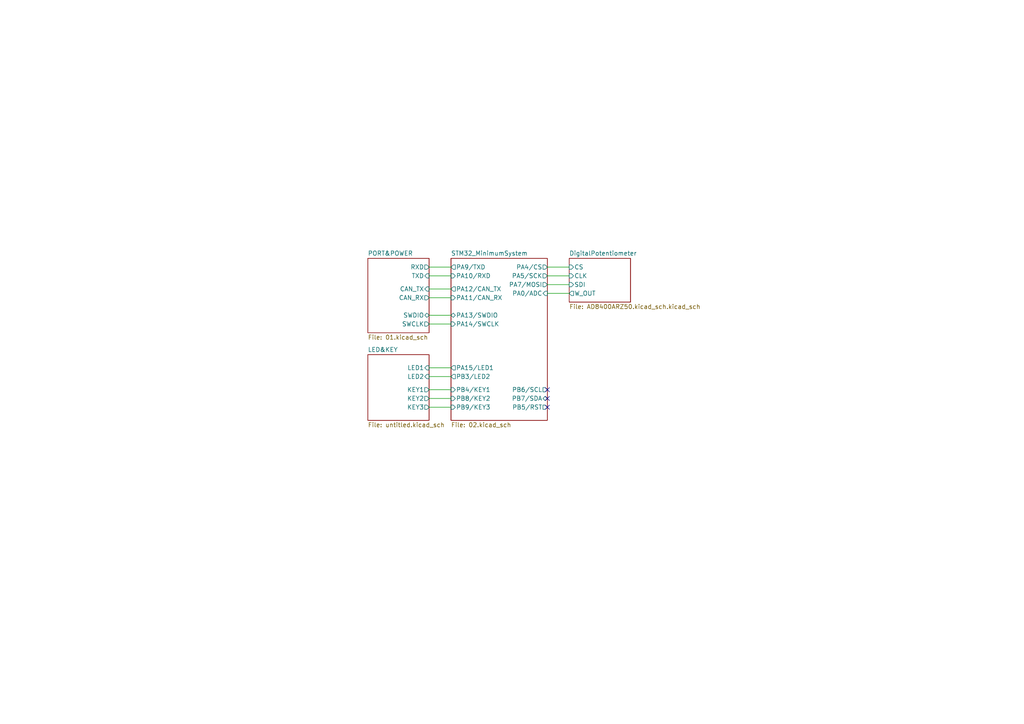
<source format=kicad_sch>
(kicad_sch (version 20211123) (generator eeschema)
  (paper "A4")
  (lib_symbols)
  (no_connect (at 158.75 113.03))
  (no_connect (at 158.75 118.11))
  (no_connect (at 158.75 115.57))
  (wire (pts (xy 124.46 77.47) (xy 130.81 77.47)))
  (wire (pts (xy 124.46 115.57) (xy 130.81 115.57)))
  (wire (pts (xy 124.46 83.82) (xy 130.81 83.82)))
  (wire (pts (xy 158.75 80.01) (xy 165.1 80.01)))
  (wire (pts (xy 124.46 109.22) (xy 130.81 109.22)))
  (wire (pts (xy 124.46 93.98) (xy 130.81 93.98)))
  (wire (pts (xy 124.46 118.11) (xy 130.81 118.11)))
  (wire (pts (xy 124.46 91.44) (xy 130.81 91.44)))
  (wire (pts (xy 124.46 113.03) (xy 130.81 113.03)))
  (wire (pts (xy 124.46 86.36) (xy 130.81 86.36)))
  (wire (pts (xy 124.46 106.68) (xy 130.81 106.68)))
  (wire (pts (xy 158.75 82.55) (xy 165.1 82.55)))
  (wire (pts (xy 158.75 85.09) (xy 165.1 85.09)))
  (wire (pts (xy 158.75 77.47) (xy 165.1 77.47)))
  (wire (pts (xy 124.46 80.01) (xy 130.81 80.01)))
  (sheet (at 165.1 74.93) (size 17.78 12.7) (stroke (width 0.1524))
    (property "Sheet name" "DigitalPotentiometer" (at 165.1 74.2184 0) (effects (justify left bottom)))
    (property "Sheet file" "AD8400ARZ50.kicad_sch.kicad_sch" (at 165.1 88.2146 0) (effects (justify left top)))
    (pin "SDI" input (at 165.1 82.55 180))
    (pin "CS" input (at 165.1 77.47 180))
    (pin "CLK" input (at 165.1 80.01 180))
    (pin "W_OUT" output (at 165.1 85.09 180))
  )
  (sheet (at 130.81 74.93) (size 27.94 46.99) (stroke (width 0.1524))
    (property "Sheet name" "STM32_MinimumSystem" (at 130.81 74.2184 0) (effects (justify left bottom)))
    (property "Sheet file" "02.kicad_sch" (at 130.81 122.5046 0) (effects (justify left top)))
    (pin "PB8{slash}KEY2" input (at 130.81 115.57 180))
    (pin "PA14{slash}SWCLK" input (at 130.81 93.98 180))
    (pin "PB9{slash}KEY3" input (at 130.81 118.11 180))
    (pin "PB4{slash}KEY1" input (at 130.81 113.03 180))
    (pin "PA7{slash}MOSI" output (at 158.75 82.55 0))
    (pin "PB6{slash}SCL" output (at 158.75 113.03 0))
    (pin "PA15{slash}LED1" output (at 130.81 106.68 180))
    (pin "PB3{slash}LED2" output (at 130.81 109.22 180))
    (pin "PA0{slash}ADC" input (at 158.75 85.09 0))
    (pin "PA9{slash}TXD" output (at 130.81 77.47 180))
    (pin "PA11{slash}CAN_RX" input (at 130.81 86.36 180))
    (pin "PA10{slash}RXD" input (at 130.81 80.01 180))
    (pin "PA4{slash}CS" output (at 158.75 77.47 0))
    (pin "PA12{slash}CAN_TX" output (at 130.81 83.82 180))
    (pin "PA5{slash}SCK" output (at 158.75 80.01 0))
    (pin "PB5{slash}RST" output (at 158.75 118.11 0))
    (pin "PA13{slash}SWDIO" bidirectional (at 130.81 91.44 180))
    (pin "PB7{slash}SDA" bidirectional (at 158.75 115.57 0))
  )
  (sheet (at 106.68 102.87) (size 17.78 19.05) (stroke (width 0.1524))
    (property "Sheet name" "LED&KEY" (at 106.68 102.1584 0) (effects (justify left bottom)))
    (property "Sheet file" "untitled.kicad_sch" (at 106.68 122.5046 0) (effects (justify left top)))
    (pin "LED2" input (at 124.46 109.22 0))
    (pin "LED1" input (at 124.46 106.68 0))
    (pin "KEY2" output (at 124.46 115.57 0))
    (pin "KEY1" output (at 124.46 113.03 0))
    (pin "KEY3" output (at 124.46 118.11 0))
  )
  (sheet (at 106.68 74.93) (size 17.78 21.59) (stroke (width 0.1524))
    (property "Sheet name" "PORT&POWER" (at 106.68 74.2184 0) (effects (justify left bottom)))
    (property "Sheet file" "01.kicad_sch" (at 106.68 97.1046 0) (effects (justify left top)))
    (pin "SWCLK" output (at 124.46 93.98 0))
    (pin "CAN_RX" output (at 124.46 86.36 0))
    (pin "CAN_TX" input (at 124.46 83.82 0))
    (pin "TXD" input (at 124.46 80.01 0))
    (pin "RXD" output (at 124.46 77.47 0))
    (pin "SWDIO" bidirectional (at 124.46 91.44 0))
  )
)
</source>
